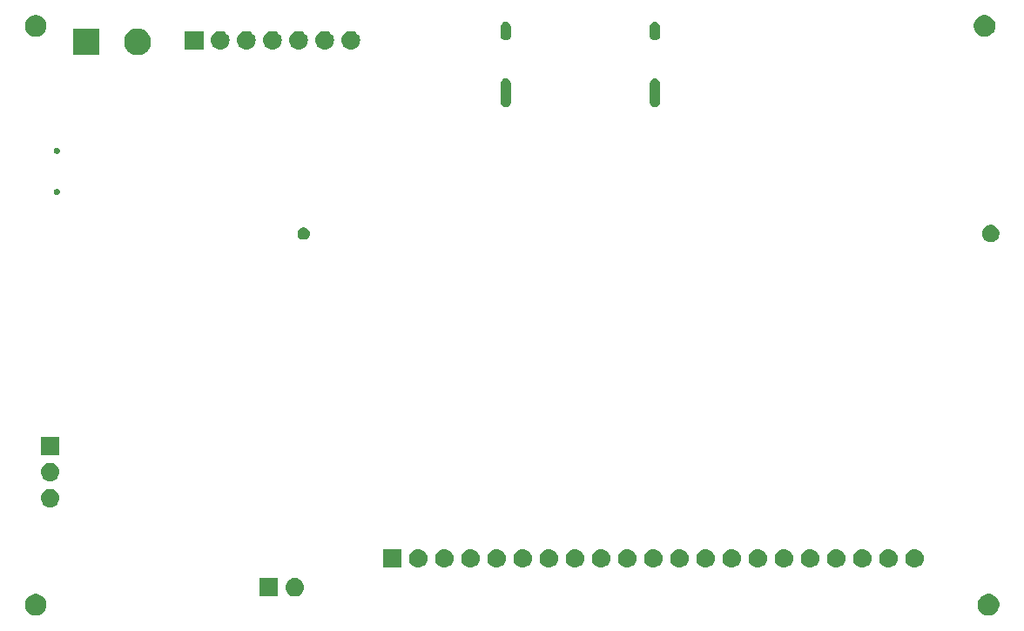
<source format=gbr>
G04 #@! TF.GenerationSoftware,KiCad,Pcbnew,5.1.2*
G04 #@! TF.CreationDate,2019-05-26T21:54:26-05:00*
G04 #@! TF.ProjectId,HackenTop-BreakoutTest,4861636b-656e-4546-9f70-2d427265616b,rev?*
G04 #@! TF.SameCoordinates,Original*
G04 #@! TF.FileFunction,Soldermask,Bot*
G04 #@! TF.FilePolarity,Negative*
%FSLAX46Y46*%
G04 Gerber Fmt 4.6, Leading zero omitted, Abs format (unit mm)*
G04 Created by KiCad (PCBNEW 5.1.2) date 2019-05-26 21:54:26*
%MOMM*%
%LPD*%
G04 APERTURE LIST*
%ADD10C,0.100000*%
G04 APERTURE END LIST*
D10*
G36*
X209306564Y-98389389D02*
G01*
X209459601Y-98452779D01*
X209497835Y-98468616D01*
X209599344Y-98536442D01*
X209669973Y-98583635D01*
X209816365Y-98730027D01*
X209931385Y-98902167D01*
X210010611Y-99093436D01*
X210051000Y-99296484D01*
X210051000Y-99503516D01*
X210010611Y-99706564D01*
X209931385Y-99897833D01*
X209931384Y-99897835D01*
X209816365Y-100069973D01*
X209669973Y-100216365D01*
X209497835Y-100331384D01*
X209497834Y-100331385D01*
X209497833Y-100331385D01*
X209306564Y-100410611D01*
X209103516Y-100451000D01*
X208896484Y-100451000D01*
X208693436Y-100410611D01*
X208502167Y-100331385D01*
X208502166Y-100331385D01*
X208502165Y-100331384D01*
X208330027Y-100216365D01*
X208183635Y-100069973D01*
X208068616Y-99897835D01*
X208068615Y-99897833D01*
X207989389Y-99706564D01*
X207949000Y-99503516D01*
X207949000Y-99296484D01*
X207989389Y-99093436D01*
X208068615Y-98902167D01*
X208183635Y-98730027D01*
X208330027Y-98583635D01*
X208400656Y-98536442D01*
X208502165Y-98468616D01*
X208540399Y-98452779D01*
X208693436Y-98389389D01*
X208896484Y-98349000D01*
X209103516Y-98349000D01*
X209306564Y-98389389D01*
X209306564Y-98389389D01*
G37*
G36*
X116656564Y-98389389D02*
G01*
X116809601Y-98452779D01*
X116847835Y-98468616D01*
X116949344Y-98536442D01*
X117019973Y-98583635D01*
X117166365Y-98730027D01*
X117281385Y-98902167D01*
X117360611Y-99093436D01*
X117401000Y-99296484D01*
X117401000Y-99503516D01*
X117360611Y-99706564D01*
X117281385Y-99897833D01*
X117281384Y-99897835D01*
X117166365Y-100069973D01*
X117019973Y-100216365D01*
X116847835Y-100331384D01*
X116847834Y-100331385D01*
X116847833Y-100331385D01*
X116656564Y-100410611D01*
X116453516Y-100451000D01*
X116246484Y-100451000D01*
X116043436Y-100410611D01*
X115852167Y-100331385D01*
X115852166Y-100331385D01*
X115852165Y-100331384D01*
X115680027Y-100216365D01*
X115533635Y-100069973D01*
X115418616Y-99897835D01*
X115418615Y-99897833D01*
X115339389Y-99706564D01*
X115299000Y-99503516D01*
X115299000Y-99296484D01*
X115339389Y-99093436D01*
X115418615Y-98902167D01*
X115533635Y-98730027D01*
X115680027Y-98583635D01*
X115750656Y-98536442D01*
X115852165Y-98468616D01*
X115890399Y-98452779D01*
X116043436Y-98389389D01*
X116246484Y-98349000D01*
X116453516Y-98349000D01*
X116656564Y-98389389D01*
X116656564Y-98389389D01*
G37*
G36*
X141650443Y-96805519D02*
G01*
X141716627Y-96812037D01*
X141886466Y-96863557D01*
X142042991Y-96947222D01*
X142078729Y-96976552D01*
X142180186Y-97059814D01*
X142263448Y-97161271D01*
X142292778Y-97197009D01*
X142376443Y-97353534D01*
X142427963Y-97523373D01*
X142445359Y-97700000D01*
X142427963Y-97876627D01*
X142376443Y-98046466D01*
X142292778Y-98202991D01*
X142263448Y-98238729D01*
X142180186Y-98340186D01*
X142078729Y-98423448D01*
X142042991Y-98452778D01*
X141886466Y-98536443D01*
X141716627Y-98587963D01*
X141650442Y-98594482D01*
X141584260Y-98601000D01*
X141495740Y-98601000D01*
X141429558Y-98594482D01*
X141363373Y-98587963D01*
X141193534Y-98536443D01*
X141037009Y-98452778D01*
X141001271Y-98423448D01*
X140899814Y-98340186D01*
X140816552Y-98238729D01*
X140787222Y-98202991D01*
X140703557Y-98046466D01*
X140652037Y-97876627D01*
X140634641Y-97700000D01*
X140652037Y-97523373D01*
X140703557Y-97353534D01*
X140787222Y-97197009D01*
X140816552Y-97161271D01*
X140899814Y-97059814D01*
X141001271Y-96976552D01*
X141037009Y-96947222D01*
X141193534Y-96863557D01*
X141363373Y-96812037D01*
X141429558Y-96805518D01*
X141495740Y-96799000D01*
X141584260Y-96799000D01*
X141650443Y-96805519D01*
X141650443Y-96805519D01*
G37*
G36*
X139901000Y-98601000D02*
G01*
X138099000Y-98601000D01*
X138099000Y-96799000D01*
X139901000Y-96799000D01*
X139901000Y-98601000D01*
X139901000Y-98601000D01*
G37*
G36*
X153650443Y-94005519D02*
G01*
X153716627Y-94012037D01*
X153886466Y-94063557D01*
X154042991Y-94147222D01*
X154078729Y-94176552D01*
X154180186Y-94259814D01*
X154263448Y-94361271D01*
X154292778Y-94397009D01*
X154376443Y-94553534D01*
X154427963Y-94723373D01*
X154445359Y-94900000D01*
X154427963Y-95076627D01*
X154376443Y-95246466D01*
X154292778Y-95402991D01*
X154263448Y-95438729D01*
X154180186Y-95540186D01*
X154078729Y-95623448D01*
X154042991Y-95652778D01*
X153886466Y-95736443D01*
X153716627Y-95787963D01*
X153650442Y-95794482D01*
X153584260Y-95801000D01*
X153495740Y-95801000D01*
X153429558Y-95794482D01*
X153363373Y-95787963D01*
X153193534Y-95736443D01*
X153037009Y-95652778D01*
X153001271Y-95623448D01*
X152899814Y-95540186D01*
X152816552Y-95438729D01*
X152787222Y-95402991D01*
X152703557Y-95246466D01*
X152652037Y-95076627D01*
X152634641Y-94900000D01*
X152652037Y-94723373D01*
X152703557Y-94553534D01*
X152787222Y-94397009D01*
X152816552Y-94361271D01*
X152899814Y-94259814D01*
X153001271Y-94176552D01*
X153037009Y-94147222D01*
X153193534Y-94063557D01*
X153363373Y-94012037D01*
X153429558Y-94005518D01*
X153495740Y-93999000D01*
X153584260Y-93999000D01*
X153650443Y-94005519D01*
X153650443Y-94005519D01*
G37*
G36*
X151901000Y-95801000D02*
G01*
X150099000Y-95801000D01*
X150099000Y-93999000D01*
X151901000Y-93999000D01*
X151901000Y-95801000D01*
X151901000Y-95801000D01*
G37*
G36*
X156190443Y-94005519D02*
G01*
X156256627Y-94012037D01*
X156426466Y-94063557D01*
X156582991Y-94147222D01*
X156618729Y-94176552D01*
X156720186Y-94259814D01*
X156803448Y-94361271D01*
X156832778Y-94397009D01*
X156916443Y-94553534D01*
X156967963Y-94723373D01*
X156985359Y-94900000D01*
X156967963Y-95076627D01*
X156916443Y-95246466D01*
X156832778Y-95402991D01*
X156803448Y-95438729D01*
X156720186Y-95540186D01*
X156618729Y-95623448D01*
X156582991Y-95652778D01*
X156426466Y-95736443D01*
X156256627Y-95787963D01*
X156190442Y-95794482D01*
X156124260Y-95801000D01*
X156035740Y-95801000D01*
X155969558Y-95794482D01*
X155903373Y-95787963D01*
X155733534Y-95736443D01*
X155577009Y-95652778D01*
X155541271Y-95623448D01*
X155439814Y-95540186D01*
X155356552Y-95438729D01*
X155327222Y-95402991D01*
X155243557Y-95246466D01*
X155192037Y-95076627D01*
X155174641Y-94900000D01*
X155192037Y-94723373D01*
X155243557Y-94553534D01*
X155327222Y-94397009D01*
X155356552Y-94361271D01*
X155439814Y-94259814D01*
X155541271Y-94176552D01*
X155577009Y-94147222D01*
X155733534Y-94063557D01*
X155903373Y-94012037D01*
X155969558Y-94005518D01*
X156035740Y-93999000D01*
X156124260Y-93999000D01*
X156190443Y-94005519D01*
X156190443Y-94005519D01*
G37*
G36*
X201910443Y-94005519D02*
G01*
X201976627Y-94012037D01*
X202146466Y-94063557D01*
X202302991Y-94147222D01*
X202338729Y-94176552D01*
X202440186Y-94259814D01*
X202523448Y-94361271D01*
X202552778Y-94397009D01*
X202636443Y-94553534D01*
X202687963Y-94723373D01*
X202705359Y-94900000D01*
X202687963Y-95076627D01*
X202636443Y-95246466D01*
X202552778Y-95402991D01*
X202523448Y-95438729D01*
X202440186Y-95540186D01*
X202338729Y-95623448D01*
X202302991Y-95652778D01*
X202146466Y-95736443D01*
X201976627Y-95787963D01*
X201910442Y-95794482D01*
X201844260Y-95801000D01*
X201755740Y-95801000D01*
X201689558Y-95794482D01*
X201623373Y-95787963D01*
X201453534Y-95736443D01*
X201297009Y-95652778D01*
X201261271Y-95623448D01*
X201159814Y-95540186D01*
X201076552Y-95438729D01*
X201047222Y-95402991D01*
X200963557Y-95246466D01*
X200912037Y-95076627D01*
X200894641Y-94900000D01*
X200912037Y-94723373D01*
X200963557Y-94553534D01*
X201047222Y-94397009D01*
X201076552Y-94361271D01*
X201159814Y-94259814D01*
X201261271Y-94176552D01*
X201297009Y-94147222D01*
X201453534Y-94063557D01*
X201623373Y-94012037D01*
X201689558Y-94005518D01*
X201755740Y-93999000D01*
X201844260Y-93999000D01*
X201910443Y-94005519D01*
X201910443Y-94005519D01*
G37*
G36*
X199370443Y-94005519D02*
G01*
X199436627Y-94012037D01*
X199606466Y-94063557D01*
X199762991Y-94147222D01*
X199798729Y-94176552D01*
X199900186Y-94259814D01*
X199983448Y-94361271D01*
X200012778Y-94397009D01*
X200096443Y-94553534D01*
X200147963Y-94723373D01*
X200165359Y-94900000D01*
X200147963Y-95076627D01*
X200096443Y-95246466D01*
X200012778Y-95402991D01*
X199983448Y-95438729D01*
X199900186Y-95540186D01*
X199798729Y-95623448D01*
X199762991Y-95652778D01*
X199606466Y-95736443D01*
X199436627Y-95787963D01*
X199370442Y-95794482D01*
X199304260Y-95801000D01*
X199215740Y-95801000D01*
X199149558Y-95794482D01*
X199083373Y-95787963D01*
X198913534Y-95736443D01*
X198757009Y-95652778D01*
X198721271Y-95623448D01*
X198619814Y-95540186D01*
X198536552Y-95438729D01*
X198507222Y-95402991D01*
X198423557Y-95246466D01*
X198372037Y-95076627D01*
X198354641Y-94900000D01*
X198372037Y-94723373D01*
X198423557Y-94553534D01*
X198507222Y-94397009D01*
X198536552Y-94361271D01*
X198619814Y-94259814D01*
X198721271Y-94176552D01*
X198757009Y-94147222D01*
X198913534Y-94063557D01*
X199083373Y-94012037D01*
X199149558Y-94005518D01*
X199215740Y-93999000D01*
X199304260Y-93999000D01*
X199370443Y-94005519D01*
X199370443Y-94005519D01*
G37*
G36*
X158730443Y-94005519D02*
G01*
X158796627Y-94012037D01*
X158966466Y-94063557D01*
X159122991Y-94147222D01*
X159158729Y-94176552D01*
X159260186Y-94259814D01*
X159343448Y-94361271D01*
X159372778Y-94397009D01*
X159456443Y-94553534D01*
X159507963Y-94723373D01*
X159525359Y-94900000D01*
X159507963Y-95076627D01*
X159456443Y-95246466D01*
X159372778Y-95402991D01*
X159343448Y-95438729D01*
X159260186Y-95540186D01*
X159158729Y-95623448D01*
X159122991Y-95652778D01*
X158966466Y-95736443D01*
X158796627Y-95787963D01*
X158730442Y-95794482D01*
X158664260Y-95801000D01*
X158575740Y-95801000D01*
X158509558Y-95794482D01*
X158443373Y-95787963D01*
X158273534Y-95736443D01*
X158117009Y-95652778D01*
X158081271Y-95623448D01*
X157979814Y-95540186D01*
X157896552Y-95438729D01*
X157867222Y-95402991D01*
X157783557Y-95246466D01*
X157732037Y-95076627D01*
X157714641Y-94900000D01*
X157732037Y-94723373D01*
X157783557Y-94553534D01*
X157867222Y-94397009D01*
X157896552Y-94361271D01*
X157979814Y-94259814D01*
X158081271Y-94176552D01*
X158117009Y-94147222D01*
X158273534Y-94063557D01*
X158443373Y-94012037D01*
X158509558Y-94005518D01*
X158575740Y-93999000D01*
X158664260Y-93999000D01*
X158730443Y-94005519D01*
X158730443Y-94005519D01*
G37*
G36*
X161270443Y-94005519D02*
G01*
X161336627Y-94012037D01*
X161506466Y-94063557D01*
X161662991Y-94147222D01*
X161698729Y-94176552D01*
X161800186Y-94259814D01*
X161883448Y-94361271D01*
X161912778Y-94397009D01*
X161996443Y-94553534D01*
X162047963Y-94723373D01*
X162065359Y-94900000D01*
X162047963Y-95076627D01*
X161996443Y-95246466D01*
X161912778Y-95402991D01*
X161883448Y-95438729D01*
X161800186Y-95540186D01*
X161698729Y-95623448D01*
X161662991Y-95652778D01*
X161506466Y-95736443D01*
X161336627Y-95787963D01*
X161270442Y-95794482D01*
X161204260Y-95801000D01*
X161115740Y-95801000D01*
X161049558Y-95794482D01*
X160983373Y-95787963D01*
X160813534Y-95736443D01*
X160657009Y-95652778D01*
X160621271Y-95623448D01*
X160519814Y-95540186D01*
X160436552Y-95438729D01*
X160407222Y-95402991D01*
X160323557Y-95246466D01*
X160272037Y-95076627D01*
X160254641Y-94900000D01*
X160272037Y-94723373D01*
X160323557Y-94553534D01*
X160407222Y-94397009D01*
X160436552Y-94361271D01*
X160519814Y-94259814D01*
X160621271Y-94176552D01*
X160657009Y-94147222D01*
X160813534Y-94063557D01*
X160983373Y-94012037D01*
X161049558Y-94005518D01*
X161115740Y-93999000D01*
X161204260Y-93999000D01*
X161270443Y-94005519D01*
X161270443Y-94005519D01*
G37*
G36*
X163810443Y-94005519D02*
G01*
X163876627Y-94012037D01*
X164046466Y-94063557D01*
X164202991Y-94147222D01*
X164238729Y-94176552D01*
X164340186Y-94259814D01*
X164423448Y-94361271D01*
X164452778Y-94397009D01*
X164536443Y-94553534D01*
X164587963Y-94723373D01*
X164605359Y-94900000D01*
X164587963Y-95076627D01*
X164536443Y-95246466D01*
X164452778Y-95402991D01*
X164423448Y-95438729D01*
X164340186Y-95540186D01*
X164238729Y-95623448D01*
X164202991Y-95652778D01*
X164046466Y-95736443D01*
X163876627Y-95787963D01*
X163810442Y-95794482D01*
X163744260Y-95801000D01*
X163655740Y-95801000D01*
X163589558Y-95794482D01*
X163523373Y-95787963D01*
X163353534Y-95736443D01*
X163197009Y-95652778D01*
X163161271Y-95623448D01*
X163059814Y-95540186D01*
X162976552Y-95438729D01*
X162947222Y-95402991D01*
X162863557Y-95246466D01*
X162812037Y-95076627D01*
X162794641Y-94900000D01*
X162812037Y-94723373D01*
X162863557Y-94553534D01*
X162947222Y-94397009D01*
X162976552Y-94361271D01*
X163059814Y-94259814D01*
X163161271Y-94176552D01*
X163197009Y-94147222D01*
X163353534Y-94063557D01*
X163523373Y-94012037D01*
X163589558Y-94005518D01*
X163655740Y-93999000D01*
X163744260Y-93999000D01*
X163810443Y-94005519D01*
X163810443Y-94005519D01*
G37*
G36*
X166350443Y-94005519D02*
G01*
X166416627Y-94012037D01*
X166586466Y-94063557D01*
X166742991Y-94147222D01*
X166778729Y-94176552D01*
X166880186Y-94259814D01*
X166963448Y-94361271D01*
X166992778Y-94397009D01*
X167076443Y-94553534D01*
X167127963Y-94723373D01*
X167145359Y-94900000D01*
X167127963Y-95076627D01*
X167076443Y-95246466D01*
X166992778Y-95402991D01*
X166963448Y-95438729D01*
X166880186Y-95540186D01*
X166778729Y-95623448D01*
X166742991Y-95652778D01*
X166586466Y-95736443D01*
X166416627Y-95787963D01*
X166350442Y-95794482D01*
X166284260Y-95801000D01*
X166195740Y-95801000D01*
X166129558Y-95794482D01*
X166063373Y-95787963D01*
X165893534Y-95736443D01*
X165737009Y-95652778D01*
X165701271Y-95623448D01*
X165599814Y-95540186D01*
X165516552Y-95438729D01*
X165487222Y-95402991D01*
X165403557Y-95246466D01*
X165352037Y-95076627D01*
X165334641Y-94900000D01*
X165352037Y-94723373D01*
X165403557Y-94553534D01*
X165487222Y-94397009D01*
X165516552Y-94361271D01*
X165599814Y-94259814D01*
X165701271Y-94176552D01*
X165737009Y-94147222D01*
X165893534Y-94063557D01*
X166063373Y-94012037D01*
X166129558Y-94005518D01*
X166195740Y-93999000D01*
X166284260Y-93999000D01*
X166350443Y-94005519D01*
X166350443Y-94005519D01*
G37*
G36*
X171430443Y-94005519D02*
G01*
X171496627Y-94012037D01*
X171666466Y-94063557D01*
X171822991Y-94147222D01*
X171858729Y-94176552D01*
X171960186Y-94259814D01*
X172043448Y-94361271D01*
X172072778Y-94397009D01*
X172156443Y-94553534D01*
X172207963Y-94723373D01*
X172225359Y-94900000D01*
X172207963Y-95076627D01*
X172156443Y-95246466D01*
X172072778Y-95402991D01*
X172043448Y-95438729D01*
X171960186Y-95540186D01*
X171858729Y-95623448D01*
X171822991Y-95652778D01*
X171666466Y-95736443D01*
X171496627Y-95787963D01*
X171430442Y-95794482D01*
X171364260Y-95801000D01*
X171275740Y-95801000D01*
X171209558Y-95794482D01*
X171143373Y-95787963D01*
X170973534Y-95736443D01*
X170817009Y-95652778D01*
X170781271Y-95623448D01*
X170679814Y-95540186D01*
X170596552Y-95438729D01*
X170567222Y-95402991D01*
X170483557Y-95246466D01*
X170432037Y-95076627D01*
X170414641Y-94900000D01*
X170432037Y-94723373D01*
X170483557Y-94553534D01*
X170567222Y-94397009D01*
X170596552Y-94361271D01*
X170679814Y-94259814D01*
X170781271Y-94176552D01*
X170817009Y-94147222D01*
X170973534Y-94063557D01*
X171143373Y-94012037D01*
X171209558Y-94005518D01*
X171275740Y-93999000D01*
X171364260Y-93999000D01*
X171430443Y-94005519D01*
X171430443Y-94005519D01*
G37*
G36*
X194290443Y-94005519D02*
G01*
X194356627Y-94012037D01*
X194526466Y-94063557D01*
X194682991Y-94147222D01*
X194718729Y-94176552D01*
X194820186Y-94259814D01*
X194903448Y-94361271D01*
X194932778Y-94397009D01*
X195016443Y-94553534D01*
X195067963Y-94723373D01*
X195085359Y-94900000D01*
X195067963Y-95076627D01*
X195016443Y-95246466D01*
X194932778Y-95402991D01*
X194903448Y-95438729D01*
X194820186Y-95540186D01*
X194718729Y-95623448D01*
X194682991Y-95652778D01*
X194526466Y-95736443D01*
X194356627Y-95787963D01*
X194290442Y-95794482D01*
X194224260Y-95801000D01*
X194135740Y-95801000D01*
X194069558Y-95794482D01*
X194003373Y-95787963D01*
X193833534Y-95736443D01*
X193677009Y-95652778D01*
X193641271Y-95623448D01*
X193539814Y-95540186D01*
X193456552Y-95438729D01*
X193427222Y-95402991D01*
X193343557Y-95246466D01*
X193292037Y-95076627D01*
X193274641Y-94900000D01*
X193292037Y-94723373D01*
X193343557Y-94553534D01*
X193427222Y-94397009D01*
X193456552Y-94361271D01*
X193539814Y-94259814D01*
X193641271Y-94176552D01*
X193677009Y-94147222D01*
X193833534Y-94063557D01*
X194003373Y-94012037D01*
X194069558Y-94005518D01*
X194135740Y-93999000D01*
X194224260Y-93999000D01*
X194290443Y-94005519D01*
X194290443Y-94005519D01*
G37*
G36*
X173970443Y-94005519D02*
G01*
X174036627Y-94012037D01*
X174206466Y-94063557D01*
X174362991Y-94147222D01*
X174398729Y-94176552D01*
X174500186Y-94259814D01*
X174583448Y-94361271D01*
X174612778Y-94397009D01*
X174696443Y-94553534D01*
X174747963Y-94723373D01*
X174765359Y-94900000D01*
X174747963Y-95076627D01*
X174696443Y-95246466D01*
X174612778Y-95402991D01*
X174583448Y-95438729D01*
X174500186Y-95540186D01*
X174398729Y-95623448D01*
X174362991Y-95652778D01*
X174206466Y-95736443D01*
X174036627Y-95787963D01*
X173970442Y-95794482D01*
X173904260Y-95801000D01*
X173815740Y-95801000D01*
X173749558Y-95794482D01*
X173683373Y-95787963D01*
X173513534Y-95736443D01*
X173357009Y-95652778D01*
X173321271Y-95623448D01*
X173219814Y-95540186D01*
X173136552Y-95438729D01*
X173107222Y-95402991D01*
X173023557Y-95246466D01*
X172972037Y-95076627D01*
X172954641Y-94900000D01*
X172972037Y-94723373D01*
X173023557Y-94553534D01*
X173107222Y-94397009D01*
X173136552Y-94361271D01*
X173219814Y-94259814D01*
X173321271Y-94176552D01*
X173357009Y-94147222D01*
X173513534Y-94063557D01*
X173683373Y-94012037D01*
X173749558Y-94005518D01*
X173815740Y-93999000D01*
X173904260Y-93999000D01*
X173970443Y-94005519D01*
X173970443Y-94005519D01*
G37*
G36*
X168890443Y-94005519D02*
G01*
X168956627Y-94012037D01*
X169126466Y-94063557D01*
X169282991Y-94147222D01*
X169318729Y-94176552D01*
X169420186Y-94259814D01*
X169503448Y-94361271D01*
X169532778Y-94397009D01*
X169616443Y-94553534D01*
X169667963Y-94723373D01*
X169685359Y-94900000D01*
X169667963Y-95076627D01*
X169616443Y-95246466D01*
X169532778Y-95402991D01*
X169503448Y-95438729D01*
X169420186Y-95540186D01*
X169318729Y-95623448D01*
X169282991Y-95652778D01*
X169126466Y-95736443D01*
X168956627Y-95787963D01*
X168890442Y-95794482D01*
X168824260Y-95801000D01*
X168735740Y-95801000D01*
X168669558Y-95794482D01*
X168603373Y-95787963D01*
X168433534Y-95736443D01*
X168277009Y-95652778D01*
X168241271Y-95623448D01*
X168139814Y-95540186D01*
X168056552Y-95438729D01*
X168027222Y-95402991D01*
X167943557Y-95246466D01*
X167892037Y-95076627D01*
X167874641Y-94900000D01*
X167892037Y-94723373D01*
X167943557Y-94553534D01*
X168027222Y-94397009D01*
X168056552Y-94361271D01*
X168139814Y-94259814D01*
X168241271Y-94176552D01*
X168277009Y-94147222D01*
X168433534Y-94063557D01*
X168603373Y-94012037D01*
X168669558Y-94005518D01*
X168735740Y-93999000D01*
X168824260Y-93999000D01*
X168890443Y-94005519D01*
X168890443Y-94005519D01*
G37*
G36*
X196830443Y-94005519D02*
G01*
X196896627Y-94012037D01*
X197066466Y-94063557D01*
X197222991Y-94147222D01*
X197258729Y-94176552D01*
X197360186Y-94259814D01*
X197443448Y-94361271D01*
X197472778Y-94397009D01*
X197556443Y-94553534D01*
X197607963Y-94723373D01*
X197625359Y-94900000D01*
X197607963Y-95076627D01*
X197556443Y-95246466D01*
X197472778Y-95402991D01*
X197443448Y-95438729D01*
X197360186Y-95540186D01*
X197258729Y-95623448D01*
X197222991Y-95652778D01*
X197066466Y-95736443D01*
X196896627Y-95787963D01*
X196830442Y-95794482D01*
X196764260Y-95801000D01*
X196675740Y-95801000D01*
X196609558Y-95794482D01*
X196543373Y-95787963D01*
X196373534Y-95736443D01*
X196217009Y-95652778D01*
X196181271Y-95623448D01*
X196079814Y-95540186D01*
X195996552Y-95438729D01*
X195967222Y-95402991D01*
X195883557Y-95246466D01*
X195832037Y-95076627D01*
X195814641Y-94900000D01*
X195832037Y-94723373D01*
X195883557Y-94553534D01*
X195967222Y-94397009D01*
X195996552Y-94361271D01*
X196079814Y-94259814D01*
X196181271Y-94176552D01*
X196217009Y-94147222D01*
X196373534Y-94063557D01*
X196543373Y-94012037D01*
X196609558Y-94005518D01*
X196675740Y-93999000D01*
X196764260Y-93999000D01*
X196830443Y-94005519D01*
X196830443Y-94005519D01*
G37*
G36*
X191750443Y-94005519D02*
G01*
X191816627Y-94012037D01*
X191986466Y-94063557D01*
X192142991Y-94147222D01*
X192178729Y-94176552D01*
X192280186Y-94259814D01*
X192363448Y-94361271D01*
X192392778Y-94397009D01*
X192476443Y-94553534D01*
X192527963Y-94723373D01*
X192545359Y-94900000D01*
X192527963Y-95076627D01*
X192476443Y-95246466D01*
X192392778Y-95402991D01*
X192363448Y-95438729D01*
X192280186Y-95540186D01*
X192178729Y-95623448D01*
X192142991Y-95652778D01*
X191986466Y-95736443D01*
X191816627Y-95787963D01*
X191750442Y-95794482D01*
X191684260Y-95801000D01*
X191595740Y-95801000D01*
X191529558Y-95794482D01*
X191463373Y-95787963D01*
X191293534Y-95736443D01*
X191137009Y-95652778D01*
X191101271Y-95623448D01*
X190999814Y-95540186D01*
X190916552Y-95438729D01*
X190887222Y-95402991D01*
X190803557Y-95246466D01*
X190752037Y-95076627D01*
X190734641Y-94900000D01*
X190752037Y-94723373D01*
X190803557Y-94553534D01*
X190887222Y-94397009D01*
X190916552Y-94361271D01*
X190999814Y-94259814D01*
X191101271Y-94176552D01*
X191137009Y-94147222D01*
X191293534Y-94063557D01*
X191463373Y-94012037D01*
X191529558Y-94005518D01*
X191595740Y-93999000D01*
X191684260Y-93999000D01*
X191750443Y-94005519D01*
X191750443Y-94005519D01*
G37*
G36*
X189210443Y-94005519D02*
G01*
X189276627Y-94012037D01*
X189446466Y-94063557D01*
X189602991Y-94147222D01*
X189638729Y-94176552D01*
X189740186Y-94259814D01*
X189823448Y-94361271D01*
X189852778Y-94397009D01*
X189936443Y-94553534D01*
X189987963Y-94723373D01*
X190005359Y-94900000D01*
X189987963Y-95076627D01*
X189936443Y-95246466D01*
X189852778Y-95402991D01*
X189823448Y-95438729D01*
X189740186Y-95540186D01*
X189638729Y-95623448D01*
X189602991Y-95652778D01*
X189446466Y-95736443D01*
X189276627Y-95787963D01*
X189210442Y-95794482D01*
X189144260Y-95801000D01*
X189055740Y-95801000D01*
X188989558Y-95794482D01*
X188923373Y-95787963D01*
X188753534Y-95736443D01*
X188597009Y-95652778D01*
X188561271Y-95623448D01*
X188459814Y-95540186D01*
X188376552Y-95438729D01*
X188347222Y-95402991D01*
X188263557Y-95246466D01*
X188212037Y-95076627D01*
X188194641Y-94900000D01*
X188212037Y-94723373D01*
X188263557Y-94553534D01*
X188347222Y-94397009D01*
X188376552Y-94361271D01*
X188459814Y-94259814D01*
X188561271Y-94176552D01*
X188597009Y-94147222D01*
X188753534Y-94063557D01*
X188923373Y-94012037D01*
X188989558Y-94005518D01*
X189055740Y-93999000D01*
X189144260Y-93999000D01*
X189210443Y-94005519D01*
X189210443Y-94005519D01*
G37*
G36*
X186670443Y-94005519D02*
G01*
X186736627Y-94012037D01*
X186906466Y-94063557D01*
X187062991Y-94147222D01*
X187098729Y-94176552D01*
X187200186Y-94259814D01*
X187283448Y-94361271D01*
X187312778Y-94397009D01*
X187396443Y-94553534D01*
X187447963Y-94723373D01*
X187465359Y-94900000D01*
X187447963Y-95076627D01*
X187396443Y-95246466D01*
X187312778Y-95402991D01*
X187283448Y-95438729D01*
X187200186Y-95540186D01*
X187098729Y-95623448D01*
X187062991Y-95652778D01*
X186906466Y-95736443D01*
X186736627Y-95787963D01*
X186670442Y-95794482D01*
X186604260Y-95801000D01*
X186515740Y-95801000D01*
X186449558Y-95794482D01*
X186383373Y-95787963D01*
X186213534Y-95736443D01*
X186057009Y-95652778D01*
X186021271Y-95623448D01*
X185919814Y-95540186D01*
X185836552Y-95438729D01*
X185807222Y-95402991D01*
X185723557Y-95246466D01*
X185672037Y-95076627D01*
X185654641Y-94900000D01*
X185672037Y-94723373D01*
X185723557Y-94553534D01*
X185807222Y-94397009D01*
X185836552Y-94361271D01*
X185919814Y-94259814D01*
X186021271Y-94176552D01*
X186057009Y-94147222D01*
X186213534Y-94063557D01*
X186383373Y-94012037D01*
X186449558Y-94005518D01*
X186515740Y-93999000D01*
X186604260Y-93999000D01*
X186670443Y-94005519D01*
X186670443Y-94005519D01*
G37*
G36*
X184130443Y-94005519D02*
G01*
X184196627Y-94012037D01*
X184366466Y-94063557D01*
X184522991Y-94147222D01*
X184558729Y-94176552D01*
X184660186Y-94259814D01*
X184743448Y-94361271D01*
X184772778Y-94397009D01*
X184856443Y-94553534D01*
X184907963Y-94723373D01*
X184925359Y-94900000D01*
X184907963Y-95076627D01*
X184856443Y-95246466D01*
X184772778Y-95402991D01*
X184743448Y-95438729D01*
X184660186Y-95540186D01*
X184558729Y-95623448D01*
X184522991Y-95652778D01*
X184366466Y-95736443D01*
X184196627Y-95787963D01*
X184130442Y-95794482D01*
X184064260Y-95801000D01*
X183975740Y-95801000D01*
X183909558Y-95794482D01*
X183843373Y-95787963D01*
X183673534Y-95736443D01*
X183517009Y-95652778D01*
X183481271Y-95623448D01*
X183379814Y-95540186D01*
X183296552Y-95438729D01*
X183267222Y-95402991D01*
X183183557Y-95246466D01*
X183132037Y-95076627D01*
X183114641Y-94900000D01*
X183132037Y-94723373D01*
X183183557Y-94553534D01*
X183267222Y-94397009D01*
X183296552Y-94361271D01*
X183379814Y-94259814D01*
X183481271Y-94176552D01*
X183517009Y-94147222D01*
X183673534Y-94063557D01*
X183843373Y-94012037D01*
X183909558Y-94005518D01*
X183975740Y-93999000D01*
X184064260Y-93999000D01*
X184130443Y-94005519D01*
X184130443Y-94005519D01*
G37*
G36*
X181590443Y-94005519D02*
G01*
X181656627Y-94012037D01*
X181826466Y-94063557D01*
X181982991Y-94147222D01*
X182018729Y-94176552D01*
X182120186Y-94259814D01*
X182203448Y-94361271D01*
X182232778Y-94397009D01*
X182316443Y-94553534D01*
X182367963Y-94723373D01*
X182385359Y-94900000D01*
X182367963Y-95076627D01*
X182316443Y-95246466D01*
X182232778Y-95402991D01*
X182203448Y-95438729D01*
X182120186Y-95540186D01*
X182018729Y-95623448D01*
X181982991Y-95652778D01*
X181826466Y-95736443D01*
X181656627Y-95787963D01*
X181590442Y-95794482D01*
X181524260Y-95801000D01*
X181435740Y-95801000D01*
X181369558Y-95794482D01*
X181303373Y-95787963D01*
X181133534Y-95736443D01*
X180977009Y-95652778D01*
X180941271Y-95623448D01*
X180839814Y-95540186D01*
X180756552Y-95438729D01*
X180727222Y-95402991D01*
X180643557Y-95246466D01*
X180592037Y-95076627D01*
X180574641Y-94900000D01*
X180592037Y-94723373D01*
X180643557Y-94553534D01*
X180727222Y-94397009D01*
X180756552Y-94361271D01*
X180839814Y-94259814D01*
X180941271Y-94176552D01*
X180977009Y-94147222D01*
X181133534Y-94063557D01*
X181303373Y-94012037D01*
X181369558Y-94005518D01*
X181435740Y-93999000D01*
X181524260Y-93999000D01*
X181590443Y-94005519D01*
X181590443Y-94005519D01*
G37*
G36*
X179050443Y-94005519D02*
G01*
X179116627Y-94012037D01*
X179286466Y-94063557D01*
X179442991Y-94147222D01*
X179478729Y-94176552D01*
X179580186Y-94259814D01*
X179663448Y-94361271D01*
X179692778Y-94397009D01*
X179776443Y-94553534D01*
X179827963Y-94723373D01*
X179845359Y-94900000D01*
X179827963Y-95076627D01*
X179776443Y-95246466D01*
X179692778Y-95402991D01*
X179663448Y-95438729D01*
X179580186Y-95540186D01*
X179478729Y-95623448D01*
X179442991Y-95652778D01*
X179286466Y-95736443D01*
X179116627Y-95787963D01*
X179050442Y-95794482D01*
X178984260Y-95801000D01*
X178895740Y-95801000D01*
X178829558Y-95794482D01*
X178763373Y-95787963D01*
X178593534Y-95736443D01*
X178437009Y-95652778D01*
X178401271Y-95623448D01*
X178299814Y-95540186D01*
X178216552Y-95438729D01*
X178187222Y-95402991D01*
X178103557Y-95246466D01*
X178052037Y-95076627D01*
X178034641Y-94900000D01*
X178052037Y-94723373D01*
X178103557Y-94553534D01*
X178187222Y-94397009D01*
X178216552Y-94361271D01*
X178299814Y-94259814D01*
X178401271Y-94176552D01*
X178437009Y-94147222D01*
X178593534Y-94063557D01*
X178763373Y-94012037D01*
X178829558Y-94005518D01*
X178895740Y-93999000D01*
X178984260Y-93999000D01*
X179050443Y-94005519D01*
X179050443Y-94005519D01*
G37*
G36*
X176510443Y-94005519D02*
G01*
X176576627Y-94012037D01*
X176746466Y-94063557D01*
X176902991Y-94147222D01*
X176938729Y-94176552D01*
X177040186Y-94259814D01*
X177123448Y-94361271D01*
X177152778Y-94397009D01*
X177236443Y-94553534D01*
X177287963Y-94723373D01*
X177305359Y-94900000D01*
X177287963Y-95076627D01*
X177236443Y-95246466D01*
X177152778Y-95402991D01*
X177123448Y-95438729D01*
X177040186Y-95540186D01*
X176938729Y-95623448D01*
X176902991Y-95652778D01*
X176746466Y-95736443D01*
X176576627Y-95787963D01*
X176510442Y-95794482D01*
X176444260Y-95801000D01*
X176355740Y-95801000D01*
X176289558Y-95794482D01*
X176223373Y-95787963D01*
X176053534Y-95736443D01*
X175897009Y-95652778D01*
X175861271Y-95623448D01*
X175759814Y-95540186D01*
X175676552Y-95438729D01*
X175647222Y-95402991D01*
X175563557Y-95246466D01*
X175512037Y-95076627D01*
X175494641Y-94900000D01*
X175512037Y-94723373D01*
X175563557Y-94553534D01*
X175647222Y-94397009D01*
X175676552Y-94361271D01*
X175759814Y-94259814D01*
X175861271Y-94176552D01*
X175897009Y-94147222D01*
X176053534Y-94063557D01*
X176223373Y-94012037D01*
X176289558Y-94005518D01*
X176355740Y-93999000D01*
X176444260Y-93999000D01*
X176510443Y-94005519D01*
X176510443Y-94005519D01*
G37*
G36*
X117860442Y-88145518D02*
G01*
X117926627Y-88152037D01*
X118096466Y-88203557D01*
X118252991Y-88287222D01*
X118288729Y-88316552D01*
X118390186Y-88399814D01*
X118473448Y-88501271D01*
X118502778Y-88537009D01*
X118586443Y-88693534D01*
X118637963Y-88863373D01*
X118655359Y-89040000D01*
X118637963Y-89216627D01*
X118586443Y-89386466D01*
X118502778Y-89542991D01*
X118473448Y-89578729D01*
X118390186Y-89680186D01*
X118288729Y-89763448D01*
X118252991Y-89792778D01*
X118096466Y-89876443D01*
X117926627Y-89927963D01*
X117860442Y-89934482D01*
X117794260Y-89941000D01*
X117705740Y-89941000D01*
X117639558Y-89934482D01*
X117573373Y-89927963D01*
X117403534Y-89876443D01*
X117247009Y-89792778D01*
X117211271Y-89763448D01*
X117109814Y-89680186D01*
X117026552Y-89578729D01*
X116997222Y-89542991D01*
X116913557Y-89386466D01*
X116862037Y-89216627D01*
X116844641Y-89040000D01*
X116862037Y-88863373D01*
X116913557Y-88693534D01*
X116997222Y-88537009D01*
X117026552Y-88501271D01*
X117109814Y-88399814D01*
X117211271Y-88316552D01*
X117247009Y-88287222D01*
X117403534Y-88203557D01*
X117573373Y-88152037D01*
X117639558Y-88145518D01*
X117705740Y-88139000D01*
X117794260Y-88139000D01*
X117860442Y-88145518D01*
X117860442Y-88145518D01*
G37*
G36*
X117860443Y-85605519D02*
G01*
X117926627Y-85612037D01*
X118096466Y-85663557D01*
X118252991Y-85747222D01*
X118288729Y-85776552D01*
X118390186Y-85859814D01*
X118473448Y-85961271D01*
X118502778Y-85997009D01*
X118586443Y-86153534D01*
X118637963Y-86323373D01*
X118655359Y-86500000D01*
X118637963Y-86676627D01*
X118586443Y-86846466D01*
X118502778Y-87002991D01*
X118473448Y-87038729D01*
X118390186Y-87140186D01*
X118288729Y-87223448D01*
X118252991Y-87252778D01*
X118096466Y-87336443D01*
X117926627Y-87387963D01*
X117860442Y-87394482D01*
X117794260Y-87401000D01*
X117705740Y-87401000D01*
X117639558Y-87394482D01*
X117573373Y-87387963D01*
X117403534Y-87336443D01*
X117247009Y-87252778D01*
X117211271Y-87223448D01*
X117109814Y-87140186D01*
X117026552Y-87038729D01*
X116997222Y-87002991D01*
X116913557Y-86846466D01*
X116862037Y-86676627D01*
X116844641Y-86500000D01*
X116862037Y-86323373D01*
X116913557Y-86153534D01*
X116997222Y-85997009D01*
X117026552Y-85961271D01*
X117109814Y-85859814D01*
X117211271Y-85776552D01*
X117247009Y-85747222D01*
X117403534Y-85663557D01*
X117573373Y-85612037D01*
X117639557Y-85605519D01*
X117705740Y-85599000D01*
X117794260Y-85599000D01*
X117860443Y-85605519D01*
X117860443Y-85605519D01*
G37*
G36*
X118651000Y-84861000D02*
G01*
X116849000Y-84861000D01*
X116849000Y-83059000D01*
X118651000Y-83059000D01*
X118651000Y-84861000D01*
X118651000Y-84861000D01*
G37*
G36*
X209448228Y-62481703D02*
G01*
X209603100Y-62545853D01*
X209742481Y-62638985D01*
X209861015Y-62757519D01*
X209954147Y-62896900D01*
X210018297Y-63051772D01*
X210051000Y-63216184D01*
X210051000Y-63383816D01*
X210018297Y-63548228D01*
X209954147Y-63703100D01*
X209861015Y-63842481D01*
X209742481Y-63961015D01*
X209603100Y-64054147D01*
X209448228Y-64118297D01*
X209283816Y-64151000D01*
X209116184Y-64151000D01*
X208951772Y-64118297D01*
X208796900Y-64054147D01*
X208657519Y-63961015D01*
X208538985Y-63842481D01*
X208445853Y-63703100D01*
X208381703Y-63548228D01*
X208349000Y-63383816D01*
X208349000Y-63216184D01*
X208381703Y-63051772D01*
X208445853Y-62896900D01*
X208538985Y-62757519D01*
X208657519Y-62638985D01*
X208796900Y-62545853D01*
X208951772Y-62481703D01*
X209116184Y-62449000D01*
X209283816Y-62449000D01*
X209448228Y-62481703D01*
X209448228Y-62481703D01*
G37*
G36*
X142536601Y-62714397D02*
G01*
X142575305Y-62722096D01*
X142607340Y-62735365D01*
X142684680Y-62767400D01*
X142783115Y-62833173D01*
X142866827Y-62916885D01*
X142932600Y-63015320D01*
X142977904Y-63124696D01*
X143001000Y-63240805D01*
X143001000Y-63359195D01*
X142977904Y-63475304D01*
X142932600Y-63584680D01*
X142866827Y-63683115D01*
X142783115Y-63766827D01*
X142684680Y-63832600D01*
X142607340Y-63864635D01*
X142575305Y-63877904D01*
X142536601Y-63885603D01*
X142459195Y-63901000D01*
X142340805Y-63901000D01*
X142263399Y-63885603D01*
X142224695Y-63877904D01*
X142192660Y-63864635D01*
X142115320Y-63832600D01*
X142016885Y-63766827D01*
X141933173Y-63683115D01*
X141867400Y-63584680D01*
X141822096Y-63475304D01*
X141799000Y-63359195D01*
X141799000Y-63240805D01*
X141822096Y-63124696D01*
X141867400Y-63015320D01*
X141933173Y-62916885D01*
X142016885Y-62833173D01*
X142115320Y-62767400D01*
X142192660Y-62735365D01*
X142224695Y-62722096D01*
X142263399Y-62714397D01*
X142340805Y-62699000D01*
X142459195Y-62699000D01*
X142536601Y-62714397D01*
X142536601Y-62714397D01*
G37*
G36*
X118487797Y-58960567D02*
G01*
X118542575Y-58983257D01*
X118542577Y-58983258D01*
X118591876Y-59016198D01*
X118633802Y-59058124D01*
X118666742Y-59107423D01*
X118666743Y-59107425D01*
X118689433Y-59162203D01*
X118701000Y-59220353D01*
X118701000Y-59279647D01*
X118689433Y-59337797D01*
X118666743Y-59392575D01*
X118666742Y-59392577D01*
X118633802Y-59441876D01*
X118591876Y-59483802D01*
X118542577Y-59516742D01*
X118542576Y-59516743D01*
X118542575Y-59516743D01*
X118487797Y-59539433D01*
X118429647Y-59551000D01*
X118370353Y-59551000D01*
X118312203Y-59539433D01*
X118257425Y-59516743D01*
X118257424Y-59516743D01*
X118257423Y-59516742D01*
X118208124Y-59483802D01*
X118166198Y-59441876D01*
X118133258Y-59392577D01*
X118133257Y-59392575D01*
X118110567Y-59337797D01*
X118099000Y-59279647D01*
X118099000Y-59220353D01*
X118110567Y-59162203D01*
X118133257Y-59107425D01*
X118133258Y-59107423D01*
X118166198Y-59058124D01*
X118208124Y-59016198D01*
X118257423Y-58983258D01*
X118257425Y-58983257D01*
X118312203Y-58960567D01*
X118370353Y-58949000D01*
X118429647Y-58949000D01*
X118487797Y-58960567D01*
X118487797Y-58960567D01*
G37*
G36*
X118487797Y-54960567D02*
G01*
X118542575Y-54983257D01*
X118542577Y-54983258D01*
X118591876Y-55016198D01*
X118633802Y-55058124D01*
X118666742Y-55107423D01*
X118666743Y-55107425D01*
X118689433Y-55162203D01*
X118701000Y-55220353D01*
X118701000Y-55279647D01*
X118689433Y-55337797D01*
X118666743Y-55392575D01*
X118666742Y-55392577D01*
X118633802Y-55441876D01*
X118591876Y-55483802D01*
X118542577Y-55516742D01*
X118542576Y-55516743D01*
X118542575Y-55516743D01*
X118487797Y-55539433D01*
X118429647Y-55551000D01*
X118370353Y-55551000D01*
X118312203Y-55539433D01*
X118257425Y-55516743D01*
X118257424Y-55516743D01*
X118257423Y-55516742D01*
X118208124Y-55483802D01*
X118166198Y-55441876D01*
X118133258Y-55392577D01*
X118133257Y-55392575D01*
X118110567Y-55337797D01*
X118099000Y-55279647D01*
X118099000Y-55220353D01*
X118110567Y-55162203D01*
X118133257Y-55107425D01*
X118133258Y-55107423D01*
X118166198Y-55058124D01*
X118208124Y-55016198D01*
X118257423Y-54983258D01*
X118257425Y-54983257D01*
X118312203Y-54960567D01*
X118370353Y-54949000D01*
X118429647Y-54949000D01*
X118487797Y-54960567D01*
X118487797Y-54960567D01*
G37*
G36*
X176648213Y-48206249D02*
G01*
X176742652Y-48234897D01*
X176829687Y-48281418D01*
X176905975Y-48344025D01*
X176968582Y-48420313D01*
X177015103Y-48507348D01*
X177043751Y-48601787D01*
X177051000Y-48675388D01*
X177051000Y-50524612D01*
X177043751Y-50598213D01*
X177015103Y-50692652D01*
X176968582Y-50779687D01*
X176905975Y-50855975D01*
X176829687Y-50918582D01*
X176742651Y-50965103D01*
X176648212Y-50993751D01*
X176550000Y-51003424D01*
X176451787Y-50993751D01*
X176357348Y-50965103D01*
X176270313Y-50918582D01*
X176194025Y-50855975D01*
X176131418Y-50779687D01*
X176084897Y-50692651D01*
X176056249Y-50598212D01*
X176049000Y-50524611D01*
X176049001Y-48675388D01*
X176056250Y-48601787D01*
X176084898Y-48507348D01*
X176131419Y-48420313D01*
X176194026Y-48344025D01*
X176270314Y-48281418D01*
X176357349Y-48234897D01*
X176451788Y-48206249D01*
X176550000Y-48196576D01*
X176648213Y-48206249D01*
X176648213Y-48206249D01*
G37*
G36*
X162148213Y-48206249D02*
G01*
X162242652Y-48234897D01*
X162329687Y-48281418D01*
X162405975Y-48344025D01*
X162468582Y-48420313D01*
X162515103Y-48507348D01*
X162543751Y-48601787D01*
X162551000Y-48675388D01*
X162551000Y-50524612D01*
X162543751Y-50598213D01*
X162515103Y-50692652D01*
X162468582Y-50779687D01*
X162405975Y-50855975D01*
X162329687Y-50918582D01*
X162242651Y-50965103D01*
X162148212Y-50993751D01*
X162050000Y-51003424D01*
X161951787Y-50993751D01*
X161857348Y-50965103D01*
X161770313Y-50918582D01*
X161694025Y-50855975D01*
X161631418Y-50779687D01*
X161584897Y-50692651D01*
X161556249Y-50598212D01*
X161549000Y-50524611D01*
X161549001Y-48675388D01*
X161556250Y-48601787D01*
X161584898Y-48507348D01*
X161631419Y-48420313D01*
X161694026Y-48344025D01*
X161770314Y-48281418D01*
X161857349Y-48234897D01*
X161951788Y-48206249D01*
X162050000Y-48196576D01*
X162148213Y-48206249D01*
X162148213Y-48206249D01*
G37*
G36*
X126629487Y-43398996D02*
G01*
X126866253Y-43497068D01*
X126866255Y-43497069D01*
X127079339Y-43639447D01*
X127260553Y-43820661D01*
X127396829Y-44024612D01*
X127402932Y-44033747D01*
X127501004Y-44270513D01*
X127551000Y-44521861D01*
X127551000Y-44778139D01*
X127501004Y-45029487D01*
X127408513Y-45252779D01*
X127402931Y-45266255D01*
X127260553Y-45479339D01*
X127079339Y-45660553D01*
X126866255Y-45802931D01*
X126866254Y-45802932D01*
X126866253Y-45802932D01*
X126629487Y-45901004D01*
X126378139Y-45951000D01*
X126121861Y-45951000D01*
X125870513Y-45901004D01*
X125633747Y-45802932D01*
X125633746Y-45802932D01*
X125633745Y-45802931D01*
X125420661Y-45660553D01*
X125239447Y-45479339D01*
X125097069Y-45266255D01*
X125091487Y-45252779D01*
X124998996Y-45029487D01*
X124949000Y-44778139D01*
X124949000Y-44521861D01*
X124998996Y-44270513D01*
X125097068Y-44033747D01*
X125103172Y-44024612D01*
X125239447Y-43820661D01*
X125420661Y-43639447D01*
X125633745Y-43497069D01*
X125633747Y-43497068D01*
X125870513Y-43398996D01*
X126121861Y-43349000D01*
X126378139Y-43349000D01*
X126629487Y-43398996D01*
X126629487Y-43398996D01*
G37*
G36*
X122551000Y-45951000D02*
G01*
X119949000Y-45951000D01*
X119949000Y-43349000D01*
X122551000Y-43349000D01*
X122551000Y-45951000D01*
X122551000Y-45951000D01*
G37*
G36*
X139480442Y-43605518D02*
G01*
X139546627Y-43612037D01*
X139716466Y-43663557D01*
X139872991Y-43747222D01*
X139900713Y-43769973D01*
X140010186Y-43859814D01*
X140093448Y-43961271D01*
X140122778Y-43997009D01*
X140206443Y-44153534D01*
X140257963Y-44323373D01*
X140275359Y-44500000D01*
X140257963Y-44676627D01*
X140206443Y-44846466D01*
X140122778Y-45002991D01*
X140101033Y-45029487D01*
X140010186Y-45140186D01*
X139908729Y-45223448D01*
X139872991Y-45252778D01*
X139716466Y-45336443D01*
X139546627Y-45387963D01*
X139480442Y-45394482D01*
X139414260Y-45401000D01*
X139325740Y-45401000D01*
X139259558Y-45394482D01*
X139193373Y-45387963D01*
X139023534Y-45336443D01*
X138867009Y-45252778D01*
X138831271Y-45223448D01*
X138729814Y-45140186D01*
X138638967Y-45029487D01*
X138617222Y-45002991D01*
X138533557Y-44846466D01*
X138482037Y-44676627D01*
X138464641Y-44500000D01*
X138482037Y-44323373D01*
X138533557Y-44153534D01*
X138617222Y-43997009D01*
X138646552Y-43961271D01*
X138729814Y-43859814D01*
X138839287Y-43769973D01*
X138867009Y-43747222D01*
X139023534Y-43663557D01*
X139193373Y-43612037D01*
X139259557Y-43605519D01*
X139325740Y-43599000D01*
X139414260Y-43599000D01*
X139480442Y-43605518D01*
X139480442Y-43605518D01*
G37*
G36*
X132651000Y-45401000D02*
G01*
X130849000Y-45401000D01*
X130849000Y-43599000D01*
X132651000Y-43599000D01*
X132651000Y-45401000D01*
X132651000Y-45401000D01*
G37*
G36*
X134400442Y-43605518D02*
G01*
X134466627Y-43612037D01*
X134636466Y-43663557D01*
X134792991Y-43747222D01*
X134820713Y-43769973D01*
X134930186Y-43859814D01*
X135013448Y-43961271D01*
X135042778Y-43997009D01*
X135126443Y-44153534D01*
X135177963Y-44323373D01*
X135195359Y-44500000D01*
X135177963Y-44676627D01*
X135126443Y-44846466D01*
X135042778Y-45002991D01*
X135021033Y-45029487D01*
X134930186Y-45140186D01*
X134828729Y-45223448D01*
X134792991Y-45252778D01*
X134636466Y-45336443D01*
X134466627Y-45387963D01*
X134400442Y-45394482D01*
X134334260Y-45401000D01*
X134245740Y-45401000D01*
X134179558Y-45394482D01*
X134113373Y-45387963D01*
X133943534Y-45336443D01*
X133787009Y-45252778D01*
X133751271Y-45223448D01*
X133649814Y-45140186D01*
X133558967Y-45029487D01*
X133537222Y-45002991D01*
X133453557Y-44846466D01*
X133402037Y-44676627D01*
X133384641Y-44500000D01*
X133402037Y-44323373D01*
X133453557Y-44153534D01*
X133537222Y-43997009D01*
X133566552Y-43961271D01*
X133649814Y-43859814D01*
X133759287Y-43769973D01*
X133787009Y-43747222D01*
X133943534Y-43663557D01*
X134113373Y-43612037D01*
X134179557Y-43605519D01*
X134245740Y-43599000D01*
X134334260Y-43599000D01*
X134400442Y-43605518D01*
X134400442Y-43605518D01*
G37*
G36*
X136940442Y-43605518D02*
G01*
X137006627Y-43612037D01*
X137176466Y-43663557D01*
X137332991Y-43747222D01*
X137360713Y-43769973D01*
X137470186Y-43859814D01*
X137553448Y-43961271D01*
X137582778Y-43997009D01*
X137666443Y-44153534D01*
X137717963Y-44323373D01*
X137735359Y-44500000D01*
X137717963Y-44676627D01*
X137666443Y-44846466D01*
X137582778Y-45002991D01*
X137561033Y-45029487D01*
X137470186Y-45140186D01*
X137368729Y-45223448D01*
X137332991Y-45252778D01*
X137176466Y-45336443D01*
X137006627Y-45387963D01*
X136940442Y-45394482D01*
X136874260Y-45401000D01*
X136785740Y-45401000D01*
X136719558Y-45394482D01*
X136653373Y-45387963D01*
X136483534Y-45336443D01*
X136327009Y-45252778D01*
X136291271Y-45223448D01*
X136189814Y-45140186D01*
X136098967Y-45029487D01*
X136077222Y-45002991D01*
X135993557Y-44846466D01*
X135942037Y-44676627D01*
X135924641Y-44500000D01*
X135942037Y-44323373D01*
X135993557Y-44153534D01*
X136077222Y-43997009D01*
X136106552Y-43961271D01*
X136189814Y-43859814D01*
X136299287Y-43769973D01*
X136327009Y-43747222D01*
X136483534Y-43663557D01*
X136653373Y-43612037D01*
X136719557Y-43605519D01*
X136785740Y-43599000D01*
X136874260Y-43599000D01*
X136940442Y-43605518D01*
X136940442Y-43605518D01*
G37*
G36*
X142020442Y-43605518D02*
G01*
X142086627Y-43612037D01*
X142256466Y-43663557D01*
X142412991Y-43747222D01*
X142440713Y-43769973D01*
X142550186Y-43859814D01*
X142633448Y-43961271D01*
X142662778Y-43997009D01*
X142746443Y-44153534D01*
X142797963Y-44323373D01*
X142815359Y-44500000D01*
X142797963Y-44676627D01*
X142746443Y-44846466D01*
X142662778Y-45002991D01*
X142641033Y-45029487D01*
X142550186Y-45140186D01*
X142448729Y-45223448D01*
X142412991Y-45252778D01*
X142256466Y-45336443D01*
X142086627Y-45387963D01*
X142020442Y-45394482D01*
X141954260Y-45401000D01*
X141865740Y-45401000D01*
X141799558Y-45394482D01*
X141733373Y-45387963D01*
X141563534Y-45336443D01*
X141407009Y-45252778D01*
X141371271Y-45223448D01*
X141269814Y-45140186D01*
X141178967Y-45029487D01*
X141157222Y-45002991D01*
X141073557Y-44846466D01*
X141022037Y-44676627D01*
X141004641Y-44500000D01*
X141022037Y-44323373D01*
X141073557Y-44153534D01*
X141157222Y-43997009D01*
X141186552Y-43961271D01*
X141269814Y-43859814D01*
X141379287Y-43769973D01*
X141407009Y-43747222D01*
X141563534Y-43663557D01*
X141733373Y-43612037D01*
X141799557Y-43605519D01*
X141865740Y-43599000D01*
X141954260Y-43599000D01*
X142020442Y-43605518D01*
X142020442Y-43605518D01*
G37*
G36*
X147100442Y-43605518D02*
G01*
X147166627Y-43612037D01*
X147336466Y-43663557D01*
X147492991Y-43747222D01*
X147520713Y-43769973D01*
X147630186Y-43859814D01*
X147713448Y-43961271D01*
X147742778Y-43997009D01*
X147826443Y-44153534D01*
X147877963Y-44323373D01*
X147895359Y-44500000D01*
X147877963Y-44676627D01*
X147826443Y-44846466D01*
X147742778Y-45002991D01*
X147721033Y-45029487D01*
X147630186Y-45140186D01*
X147528729Y-45223448D01*
X147492991Y-45252778D01*
X147336466Y-45336443D01*
X147166627Y-45387963D01*
X147100442Y-45394482D01*
X147034260Y-45401000D01*
X146945740Y-45401000D01*
X146879558Y-45394482D01*
X146813373Y-45387963D01*
X146643534Y-45336443D01*
X146487009Y-45252778D01*
X146451271Y-45223448D01*
X146349814Y-45140186D01*
X146258967Y-45029487D01*
X146237222Y-45002991D01*
X146153557Y-44846466D01*
X146102037Y-44676627D01*
X146084641Y-44500000D01*
X146102037Y-44323373D01*
X146153557Y-44153534D01*
X146237222Y-43997009D01*
X146266552Y-43961271D01*
X146349814Y-43859814D01*
X146459287Y-43769973D01*
X146487009Y-43747222D01*
X146643534Y-43663557D01*
X146813373Y-43612037D01*
X146879557Y-43605519D01*
X146945740Y-43599000D01*
X147034260Y-43599000D01*
X147100442Y-43605518D01*
X147100442Y-43605518D01*
G37*
G36*
X144560442Y-43605518D02*
G01*
X144626627Y-43612037D01*
X144796466Y-43663557D01*
X144952991Y-43747222D01*
X144980713Y-43769973D01*
X145090186Y-43859814D01*
X145173448Y-43961271D01*
X145202778Y-43997009D01*
X145286443Y-44153534D01*
X145337963Y-44323373D01*
X145355359Y-44500000D01*
X145337963Y-44676627D01*
X145286443Y-44846466D01*
X145202778Y-45002991D01*
X145181033Y-45029487D01*
X145090186Y-45140186D01*
X144988729Y-45223448D01*
X144952991Y-45252778D01*
X144796466Y-45336443D01*
X144626627Y-45387963D01*
X144560442Y-45394482D01*
X144494260Y-45401000D01*
X144405740Y-45401000D01*
X144339558Y-45394482D01*
X144273373Y-45387963D01*
X144103534Y-45336443D01*
X143947009Y-45252778D01*
X143911271Y-45223448D01*
X143809814Y-45140186D01*
X143718967Y-45029487D01*
X143697222Y-45002991D01*
X143613557Y-44846466D01*
X143562037Y-44676627D01*
X143544641Y-44500000D01*
X143562037Y-44323373D01*
X143613557Y-44153534D01*
X143697222Y-43997009D01*
X143726552Y-43961271D01*
X143809814Y-43859814D01*
X143919287Y-43769973D01*
X143947009Y-43747222D01*
X144103534Y-43663557D01*
X144273373Y-43612037D01*
X144339557Y-43605519D01*
X144405740Y-43599000D01*
X144494260Y-43599000D01*
X144560442Y-43605518D01*
X144560442Y-43605518D01*
G37*
G36*
X176648213Y-42706249D02*
G01*
X176742652Y-42734897D01*
X176829687Y-42781418D01*
X176905975Y-42844025D01*
X176968582Y-42920313D01*
X177015103Y-43007348D01*
X177043751Y-43101787D01*
X177051000Y-43175388D01*
X177051000Y-44024612D01*
X177043751Y-44098213D01*
X177015103Y-44192652D01*
X176968582Y-44279687D01*
X176905975Y-44355975D01*
X176829687Y-44418582D01*
X176742651Y-44465103D01*
X176648212Y-44493751D01*
X176550000Y-44503424D01*
X176451787Y-44493751D01*
X176357348Y-44465103D01*
X176270313Y-44418582D01*
X176194025Y-44355975D01*
X176131418Y-44279687D01*
X176084897Y-44192651D01*
X176056249Y-44098212D01*
X176049000Y-44024611D01*
X176049000Y-43175398D01*
X176056250Y-43101786D01*
X176066846Y-43066856D01*
X176084898Y-43007348D01*
X176131419Y-42920313D01*
X176194026Y-42844025D01*
X176270314Y-42781418D01*
X176357349Y-42734897D01*
X176451788Y-42706249D01*
X176550000Y-42696576D01*
X176648213Y-42706249D01*
X176648213Y-42706249D01*
G37*
G36*
X162148213Y-42706249D02*
G01*
X162242652Y-42734897D01*
X162329687Y-42781418D01*
X162405975Y-42844025D01*
X162468582Y-42920313D01*
X162515103Y-43007348D01*
X162543751Y-43101787D01*
X162551000Y-43175388D01*
X162551000Y-44024612D01*
X162543751Y-44098213D01*
X162515103Y-44192652D01*
X162468582Y-44279687D01*
X162405975Y-44355975D01*
X162329687Y-44418582D01*
X162242651Y-44465103D01*
X162148212Y-44493751D01*
X162050000Y-44503424D01*
X161951787Y-44493751D01*
X161857348Y-44465103D01*
X161770313Y-44418582D01*
X161694025Y-44355975D01*
X161631418Y-44279687D01*
X161584897Y-44192651D01*
X161556249Y-44098212D01*
X161549000Y-44024611D01*
X161549000Y-43175398D01*
X161556250Y-43101786D01*
X161566846Y-43066856D01*
X161584898Y-43007348D01*
X161631419Y-42920313D01*
X161694026Y-42844025D01*
X161770314Y-42781418D01*
X161857349Y-42734897D01*
X161951788Y-42706249D01*
X162050000Y-42696576D01*
X162148213Y-42706249D01*
X162148213Y-42706249D01*
G37*
G36*
X208906564Y-42089389D02*
G01*
X209097833Y-42168615D01*
X209097835Y-42168616D01*
X209269973Y-42283635D01*
X209416365Y-42430027D01*
X209531385Y-42602167D01*
X209610611Y-42793436D01*
X209651000Y-42996484D01*
X209651000Y-43203516D01*
X209610611Y-43406564D01*
X209531385Y-43597833D01*
X209531384Y-43597835D01*
X209416365Y-43769973D01*
X209269973Y-43916365D01*
X209097835Y-44031384D01*
X209097834Y-44031385D01*
X209097833Y-44031385D01*
X208906564Y-44110611D01*
X208703516Y-44151000D01*
X208496484Y-44151000D01*
X208293436Y-44110611D01*
X208102167Y-44031385D01*
X208102166Y-44031385D01*
X208102165Y-44031384D01*
X207930027Y-43916365D01*
X207783635Y-43769973D01*
X207668616Y-43597835D01*
X207668615Y-43597833D01*
X207589389Y-43406564D01*
X207549000Y-43203516D01*
X207549000Y-42996484D01*
X207589389Y-42793436D01*
X207668615Y-42602167D01*
X207783635Y-42430027D01*
X207930027Y-42283635D01*
X208102165Y-42168616D01*
X208102167Y-42168615D01*
X208293436Y-42089389D01*
X208496484Y-42049000D01*
X208703516Y-42049000D01*
X208906564Y-42089389D01*
X208906564Y-42089389D01*
G37*
G36*
X116656564Y-42089389D02*
G01*
X116847833Y-42168615D01*
X116847835Y-42168616D01*
X117019973Y-42283635D01*
X117166365Y-42430027D01*
X117281385Y-42602167D01*
X117360611Y-42793436D01*
X117401000Y-42996484D01*
X117401000Y-43203516D01*
X117360611Y-43406564D01*
X117281385Y-43597833D01*
X117281384Y-43597835D01*
X117166365Y-43769973D01*
X117019973Y-43916365D01*
X116847835Y-44031384D01*
X116847834Y-44031385D01*
X116847833Y-44031385D01*
X116656564Y-44110611D01*
X116453516Y-44151000D01*
X116246484Y-44151000D01*
X116043436Y-44110611D01*
X115852167Y-44031385D01*
X115852166Y-44031385D01*
X115852165Y-44031384D01*
X115680027Y-43916365D01*
X115533635Y-43769973D01*
X115418616Y-43597835D01*
X115418615Y-43597833D01*
X115339389Y-43406564D01*
X115299000Y-43203516D01*
X115299000Y-42996484D01*
X115339389Y-42793436D01*
X115418615Y-42602167D01*
X115533635Y-42430027D01*
X115680027Y-42283635D01*
X115852165Y-42168616D01*
X115852167Y-42168615D01*
X116043436Y-42089389D01*
X116246484Y-42049000D01*
X116453516Y-42049000D01*
X116656564Y-42089389D01*
X116656564Y-42089389D01*
G37*
M02*

</source>
